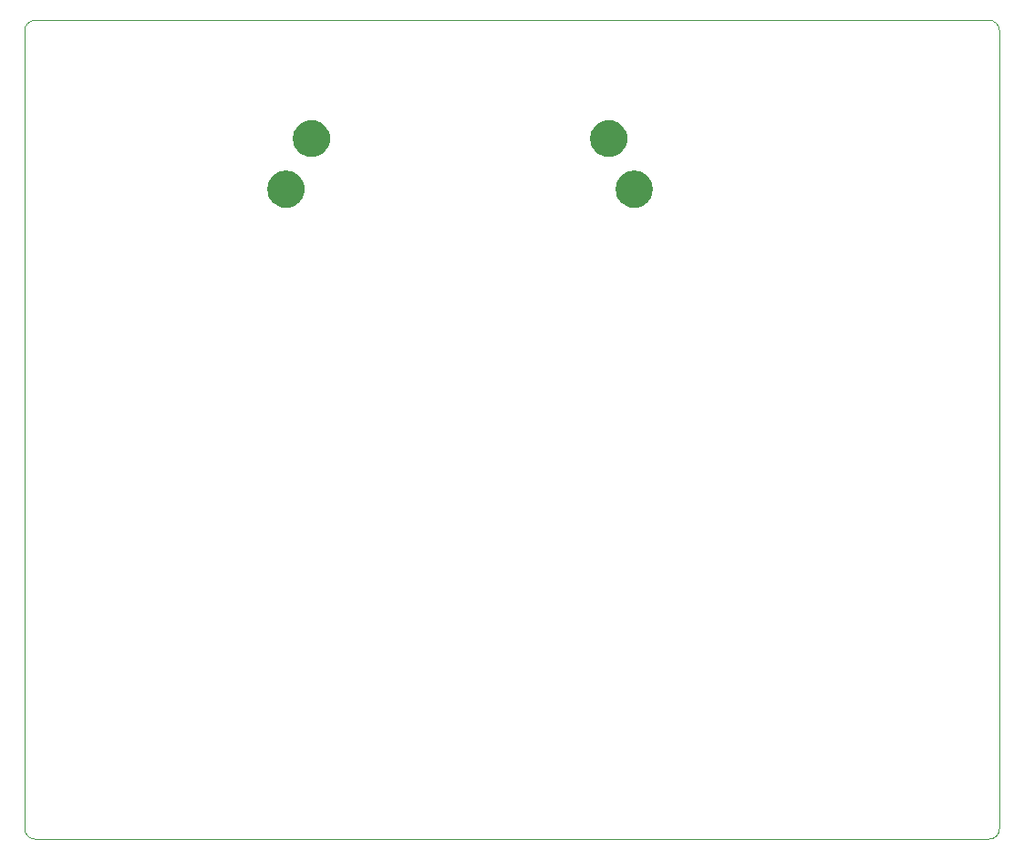
<source format=gbr>
%TF.GenerationSoftware,KiCad,Pcbnew,9.0.0*%
%TF.CreationDate,2025-11-19T14:43:49-05:00*%
%TF.ProjectId,ECE_362_final_proj,4543455f-3336-4325-9f66-696e616c5f70,rev?*%
%TF.SameCoordinates,Original*%
%TF.FileFunction,Profile,NP*%
%FSLAX46Y46*%
G04 Gerber Fmt 4.6, Leading zero omitted, Abs format (unit mm)*
G04 Created by KiCad (PCBNEW 9.0.0) date 2025-11-19 14:43:49*
%MOMM*%
%LPD*%
G01*
G04 APERTURE LIST*
%TA.AperFunction,Profile*%
%ADD10C,0.050000*%
%TD*%
%TA.AperFunction,Profile*%
%ADD11C,0.000000*%
%TD*%
G04 APERTURE END LIST*
D10*
X-58911200Y-74842000D02*
G75*
G02*
X-59911200Y-73842000I-1J999999D01*
G01*
X30611000Y-73842000D02*
G75*
G02*
X29611000Y-74842000I-1000000J0D01*
G01*
X-59911200Y277800D02*
G75*
G02*
X-58911200Y1277800I999999J1D01*
G01*
X29611000Y1277800D02*
G75*
G02*
X30611000Y277800I0J-1000000D01*
G01*
X-59911200Y-73842000D02*
X-59911200Y277800D01*
X29611000Y-74842000D02*
X-58911200Y-74842000D01*
X30611000Y277800D02*
X30611000Y-73842000D01*
X-58911200Y1277800D02*
X29611000Y1277800D01*
D11*
%TA.AperFunction,Profile*%
%TO.C,BT1*%
G36*
X-32947469Y-8025145D02*
G01*
X-32729517Y-8083546D01*
X-32521052Y-8169895D01*
X-32325641Y-8282715D01*
X-32146628Y-8420076D01*
X-31987076Y-8579628D01*
X-31849715Y-8758641D01*
X-31736895Y-8954052D01*
X-31650546Y-9162517D01*
X-31592145Y-9380469D01*
X-31562693Y-9604180D01*
X-31562693Y-9829820D01*
X-31592145Y-10053531D01*
X-31650546Y-10271483D01*
X-31736895Y-10479948D01*
X-31849715Y-10675359D01*
X-31987076Y-10854372D01*
X-32146628Y-11013924D01*
X-32325641Y-11151285D01*
X-32521052Y-11264105D01*
X-32729517Y-11350454D01*
X-32947469Y-11408855D01*
X-33171180Y-11438307D01*
X-33396820Y-11438307D01*
X-33620531Y-11408855D01*
X-33838483Y-11350454D01*
X-34046948Y-11264105D01*
X-34242359Y-11151285D01*
X-34421372Y-11013924D01*
X-34580924Y-10854372D01*
X-34718285Y-10675359D01*
X-34831105Y-10479948D01*
X-34917454Y-10271483D01*
X-34975855Y-10053531D01*
X-35005307Y-9829820D01*
X-35005307Y-9604180D01*
X-34975855Y-9380469D01*
X-34917454Y-9162517D01*
X-34831105Y-8954052D01*
X-34718285Y-8758641D01*
X-34580924Y-8579628D01*
X-34421372Y-8420076D01*
X-34242359Y-8282715D01*
X-34046948Y-8169895D01*
X-33838483Y-8083546D01*
X-33620531Y-8025145D01*
X-33396820Y-7995693D01*
X-33171180Y-7995693D01*
X-32947469Y-8025145D01*
G37*
%TD.AperFunction*%
%TA.AperFunction,Profile*%
G36*
X-2977469Y-12725145D02*
G01*
X-2759517Y-12783546D01*
X-2551052Y-12869895D01*
X-2355641Y-12982715D01*
X-2176628Y-13120076D01*
X-2017076Y-13279628D01*
X-1879715Y-13458641D01*
X-1766895Y-13654052D01*
X-1680546Y-13862517D01*
X-1622145Y-14080469D01*
X-1592693Y-14304180D01*
X-1592693Y-14529820D01*
X-1622145Y-14753531D01*
X-1680546Y-14971483D01*
X-1766895Y-15179948D01*
X-1879715Y-15375359D01*
X-2017076Y-15554372D01*
X-2176628Y-15713924D01*
X-2355641Y-15851285D01*
X-2551052Y-15964105D01*
X-2759517Y-16050454D01*
X-2977469Y-16108855D01*
X-3201180Y-16138307D01*
X-3426820Y-16138307D01*
X-3650531Y-16108855D01*
X-3868483Y-16050454D01*
X-4076948Y-15964105D01*
X-4272359Y-15851285D01*
X-4451372Y-15713924D01*
X-4610924Y-15554372D01*
X-4748285Y-15375359D01*
X-4861105Y-15179948D01*
X-4947454Y-14971483D01*
X-5005855Y-14753531D01*
X-5035307Y-14529820D01*
X-5035307Y-14304180D01*
X-5005855Y-14080469D01*
X-4947454Y-13862517D01*
X-4861105Y-13654052D01*
X-4748285Y-13458641D01*
X-4610924Y-13279628D01*
X-4451372Y-13120076D01*
X-4272359Y-12982715D01*
X-4076948Y-12869895D01*
X-3868483Y-12783546D01*
X-3650531Y-12725145D01*
X-3426820Y-12695693D01*
X-3201180Y-12695693D01*
X-2977469Y-12725145D01*
G37*
%TD.AperFunction*%
%TA.AperFunction,Profile*%
%TO.C,BT2*%
G36*
X-35317469Y-12725145D02*
G01*
X-35099517Y-12783546D01*
X-34891052Y-12869895D01*
X-34695641Y-12982715D01*
X-34516628Y-13120076D01*
X-34357076Y-13279628D01*
X-34219715Y-13458641D01*
X-34106895Y-13654052D01*
X-34020546Y-13862517D01*
X-33962145Y-14080469D01*
X-33932693Y-14304180D01*
X-33932693Y-14529820D01*
X-33962145Y-14753531D01*
X-34020546Y-14971483D01*
X-34106895Y-15179948D01*
X-34219715Y-15375359D01*
X-34357076Y-15554372D01*
X-34516628Y-15713924D01*
X-34695641Y-15851285D01*
X-34891052Y-15964105D01*
X-35099517Y-16050454D01*
X-35317469Y-16108855D01*
X-35541180Y-16138307D01*
X-35766820Y-16138307D01*
X-35990531Y-16108855D01*
X-36208483Y-16050454D01*
X-36416948Y-15964105D01*
X-36612359Y-15851285D01*
X-36791372Y-15713924D01*
X-36950924Y-15554372D01*
X-37088285Y-15375359D01*
X-37201105Y-15179948D01*
X-37287454Y-14971483D01*
X-37345855Y-14753531D01*
X-37375307Y-14529820D01*
X-37375307Y-14304180D01*
X-37345855Y-14080469D01*
X-37287454Y-13862517D01*
X-37201105Y-13654052D01*
X-37088285Y-13458641D01*
X-36950924Y-13279628D01*
X-36791372Y-13120076D01*
X-36612359Y-12982715D01*
X-36416948Y-12869895D01*
X-36208483Y-12783546D01*
X-35990531Y-12725145D01*
X-35766820Y-12695693D01*
X-35541180Y-12695693D01*
X-35317469Y-12725145D01*
G37*
%TD.AperFunction*%
%TA.AperFunction,Profile*%
G36*
X-5347469Y-8025145D02*
G01*
X-5129517Y-8083546D01*
X-4921052Y-8169895D01*
X-4725641Y-8282715D01*
X-4546628Y-8420076D01*
X-4387076Y-8579628D01*
X-4249715Y-8758641D01*
X-4136895Y-8954052D01*
X-4050546Y-9162517D01*
X-3992145Y-9380469D01*
X-3962693Y-9604180D01*
X-3962693Y-9829820D01*
X-3992145Y-10053531D01*
X-4050546Y-10271483D01*
X-4136895Y-10479948D01*
X-4249715Y-10675359D01*
X-4387076Y-10854372D01*
X-4546628Y-11013924D01*
X-4725641Y-11151285D01*
X-4921052Y-11264105D01*
X-5129517Y-11350454D01*
X-5347469Y-11408855D01*
X-5571180Y-11438307D01*
X-5796820Y-11438307D01*
X-6020531Y-11408855D01*
X-6238483Y-11350454D01*
X-6446948Y-11264105D01*
X-6642359Y-11151285D01*
X-6821372Y-11013924D01*
X-6980924Y-10854372D01*
X-7118285Y-10675359D01*
X-7231105Y-10479948D01*
X-7317454Y-10271483D01*
X-7375855Y-10053531D01*
X-7405307Y-9829820D01*
X-7405307Y-9604180D01*
X-7375855Y-9380469D01*
X-7317454Y-9162517D01*
X-7231105Y-8954052D01*
X-7118285Y-8758641D01*
X-6980924Y-8579628D01*
X-6821372Y-8420076D01*
X-6642359Y-8282715D01*
X-6446948Y-8169895D01*
X-6238483Y-8083546D01*
X-6020531Y-8025145D01*
X-5796820Y-7995693D01*
X-5571180Y-7995693D01*
X-5347469Y-8025145D01*
G37*
%TD.AperFunction*%
%TD*%
M02*

</source>
